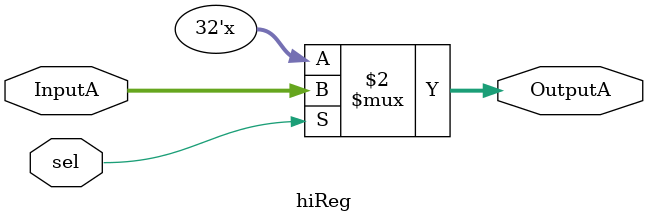
<source format=v>
module hiReg(InputA, OutputA, sel);
	input [31:0] InputA;
	input sel;
	output reg [31:0] OutputA;

	always@(sel) begin
		if(sel)begin
			OutputA <= InputA;
		end
	end
endmodule
</source>
